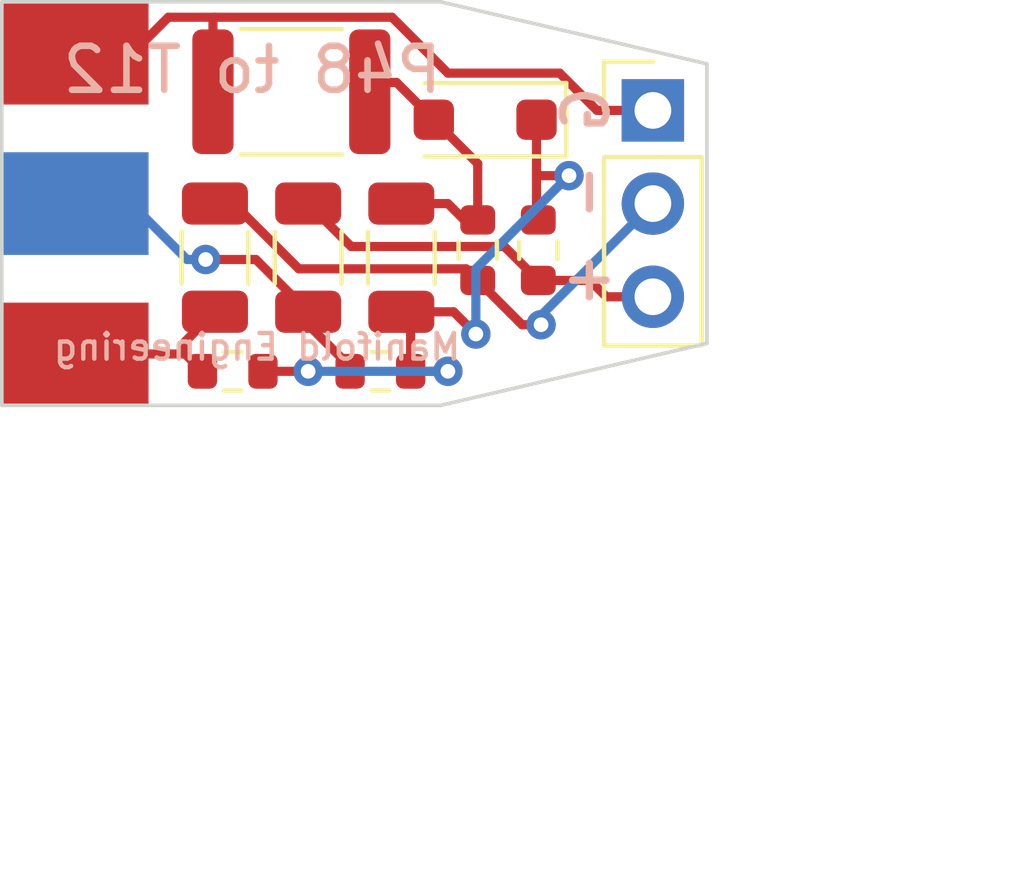
<source format=kicad_pcb>
(kicad_pcb (version 20240108) (generator "pcbnew") (generator_version "8.0")
  (layers (0 "F.Cu" signal) (31 "B.Cu" signal) (34 "B.Paste" user) (35 "F.Paste" user) (36 "B.SilkS" user "B.Silkscreen") (37 "F.SilkS" user "F.Silkscreen") (38 "B.Mask" user) (39 "F.Mask" user) (44 "Edge.Cuts" user))
  (net 0 "")
  (net 1 "Net-(J1-Pin_3)")
  (net 2 "Net-(C4-Cold)")
  (net 3 "Net-(J1-Pin_2)")
  (net 4 "Net-(C4-Hot)")
  (net 5 "Net-(D1-K)")
  (net 6 "Net-(D1-A)")
  (net 7 "Net-(C4-GND)")
  (footprint "Capacitor_SMD:C_1206_3216Metric" (layer "F.Cu") (at 85.09 64.9732 -90)
    (property "Reference" "C3" (hide yes))
    (property "Value" "C" (hide yes))
    (fp_line (start -0.711252 0.91) (end 0.711252 0.91) (stroke (width 0.12)) (layer "F.SilkS"))
    (fp_line (start -0.711252 -0.91) (end 0.711252 -0.91) (stroke (width 0.12)) (layer "F.SilkS"))
    (pad "1" smd roundrect (at -1.475 0 270) (size 1.15 1.8) (layers "F.Cu" "F.Paste" "F.Mask") (roundrect_rratio 0.2173913043) (net 1 "Net-(J1-Pin_3)"))
    (pad "2" smd roundrect (at 1.475 0 270) (size 1.15 1.8) (layers "F.Cu" "F.Paste" "F.Mask") (roundrect_rratio 0.2173913043) (net 2 "Net-(C4-Cold)"))
  )
  (footprint "Manifold:XLR_PCB" (layer "F.Cu") (at 78.74 63.5)
    (property "Reference" "C4" (hide yes))
    (property "Value" "~")
    (pad "1" connect rect (at 0 -4.1) (size 4 2.8) (layers "F.Cu" "F.Mask") (net 7 "Net-(C4-GND)"))
    (pad "2" connect rect (at 0 4.1) (size 4 2.8) (layers "F.Cu" "F.Mask") (net 4 "Net-(C4-Hot)"))
    (pad "3" connect rect (at 0 0) (size 4 2.8) (layers "B.Cu" "B.Mask") (net 2 "Net-(C4-Cold)"))
  )
  (footprint "Resistor_SMD:R_0603_1608Metric" (layer "F.Cu") (at 83.0336 68.072)
    (property "Reference" "R3" (hide yes))
    (property "Value" "680R" (hide yes))
    (fp_line (start -0.237258 -0.5225) (end 0.237258 -0.5225) (stroke (width 0.12)) (layer "F.SilkS"))
    (fp_line (start -0.237258 0.5225) (end 0.237258 0.5225) (stroke (width 0.12)) (layer "F.SilkS"))
    (pad "1" smd roundrect (at -0.825 0) (size 0.8 0.95) (layers "F.Cu" "F.Paste" "F.Mask") (net 4 "Net-(C4-Hot)"))
    (pad "2" smd roundrect (at 0.825 0) (size 0.8 0.95) (layers "F.Cu" "F.Paste" "F.Mask") (net 5 "Net-(D1-K)"))
  )
  (footprint "Resistor_SMD:R_0603_1608Metric" (layer "F.Cu") (at 87.059 68.072)
    (property "Reference" "R4" (hide yes))
    (property "Value" "680R" (hide yes))
    (fp_line (start -0.237258 -0.5225) (end 0.237258 -0.5225) (stroke (width 0.12)) (layer "F.SilkS"))
    (fp_line (start -0.237258 0.5225) (end 0.237258 0.5225) (stroke (width 0.12)) (layer "F.SilkS"))
    (pad "1" smd roundrect (at -0.825 0) (size 0.8 0.95) (layers "F.Cu" "F.Paste" "F.Mask") (net 2 "Net-(C4-Cold)"))
    (pad "2" smd roundrect (at 0.825 0) (size 0.8 0.95) (layers "F.Cu" "F.Paste" "F.Mask") (net 5 "Net-(D1-K)"))
  )
  (footprint "Diode_SMD:D_SOD-123F" (layer "F.Cu") (at 89.916 61.214 180)
    (property "Reference" "D1" (hide yes))
    (property "Value" "12V_Zener" (hide yes))
    (fp_line (start -2.21 1) (end 1.65 1) (stroke (width 0.12)) (layer "F.SilkS"))
    (fp_line (start -2.21 -1) (end 1.65 -1) (stroke (width 0.12)) (layer "F.SilkS"))
    (fp_line (start -2.21 -1) (end -2.21 1) (stroke (width 0.12)) (layer "F.SilkS"))
    (pad "1" smd roundrect (at -1.4 0 180) (size 1.1 1.1) (layers "F.Cu" "F.Paste" "F.Mask") (roundrect_rratio 0.2272727273) (net 5 "Net-(D1-K)"))
    (pad "2" smd roundrect (at 1.4 0 180) (size 1.1 1.1) (layers "F.Cu" "F.Paste" "F.Mask") (roundrect_rratio 0.2272727273) (net 6 "Net-(D1-A)"))
  )
  (footprint "Resistor_SMD:R_0603_1608Metric" (layer "F.Cu") (at 89.7128 64.77 90)
    (property "Reference" "R1" (hide yes))
    (property "Value" "180R" (hide yes))
    (fp_line (start -0.237258 -0.5225) (end 0.237258 -0.5225) (stroke (width 0.12)) (layer "F.SilkS"))
    (fp_line (start -0.237258 0.5225) (end 0.237258 0.5225) (stroke (width 0.12)) (layer "F.SilkS"))
    (pad "1" smd roundrect (at -0.825 0 90) (size 0.8 0.95) (layers "F.Cu" "F.Paste" "F.Mask") (net 3 "Net-(J1-Pin_2)"))
    (pad "2" smd roundrect (at 0.825 0 90) (size 0.8 0.95) (layers "F.Cu" "F.Paste" "F.Mask") (net 6 "Net-(D1-A)"))
  )
  (footprint "Connector_PinHeader_2.54mm:PinHeader_1x03_P2.54mm_Vertical" (layer "F.Cu") (at 94.488 60.96)
    (property "Reference" "J1" (hide yes))
    (property "Value" "Conn_01x03_Pin" (hide yes))
    (fp_line (start -1.33 -1.33) (end 0 -1.33) (stroke (width 0.12)) (layer "F.SilkS"))
    (fp_line (start -1.33 0) (end -1.33 -1.33) (stroke (width 0.12)) (layer "F.SilkS"))
    (fp_line (start -1.33 1.27) (end -1.33 6.41) (stroke (width 0.12)) (layer "F.SilkS"))
    (fp_line (start -1.33 1.27) (end 1.33 1.27) (stroke (width 0.12)) (layer "F.SilkS"))
    (fp_line (start -1.33 6.41) (end 1.33 6.41) (stroke (width 0.12)) (layer "F.SilkS"))
    (fp_line (start 1.33 1.27) (end 1.33 6.41) (stroke (width 0.12)) (layer "F.SilkS"))
    (pad "1" thru_hole rect (at 0 0) (size 1.7 1.7) (drill 1) (layers "*.Cu" "*.Mask") (net 7 "Net-(C4-GND)"))
    (pad "2" thru_hole oval (at 0 2.54) (size 1.7 1.7) (drill 1) (layers "*.Cu" "*.Mask") (net 3 "Net-(J1-Pin_2)"))
    (pad "3" thru_hole oval (at 0 5.08) (size 1.7 1.7) (drill 1) (layers "*.Cu" "*.Mask") (net 1 "Net-(J1-Pin_3)"))
  )
  (footprint "Capacitor_SMD:C_1206_3216Metric" (layer "F.Cu") (at 82.55 64.9732 -90)
    (property "Reference" "C1" (hide yes))
    (property "Value" "C" (hide yes))
    (fp_line (start -0.711252 0.91) (end 0.711252 0.91) (stroke (width 0.12)) (layer "F.SilkS"))
    (fp_line (start -0.711252 -0.91) (end 0.711252 -0.91) (stroke (width 0.12)) (layer "F.SilkS"))
    (pad "1" smd roundrect (at -1.475 0 270) (size 1.15 1.8) (layers "F.Cu" "F.Paste" "F.Mask") (roundrect_rratio 0.2173913043) (net 3 "Net-(J1-Pin_2)"))
    (pad "2" smd roundrect (at 1.475 0 270) (size 1.15 1.8) (layers "F.Cu" "F.Paste" "F.Mask") (roundrect_rratio 0.2173913043) (net 4 "Net-(C4-Hot)"))
  )
  (footprint "Inductor_SMD:L_1812_4532Metric" (layer "F.Cu") (at 84.6328 60.452 180)
    (property "Reference" "L1" (hide yes))
    (property "Value" "1mH" (hide yes))
    (fp_line (start -1.386252 1.71) (end 1.386252 1.71) (stroke (width 0.12)) (layer "F.SilkS"))
    (fp_line (start -1.386252 -1.71) (end 1.386252 -1.71) (stroke (width 0.12)) (layer "F.SilkS"))
    (pad "1" smd roundrect (at -2.1375 0 180) (size 1.125 3.4) (layers "F.Cu" "F.Paste" "F.Mask") (roundrect_rratio 0.2222222222) (net 6 "Net-(D1-A)"))
    (pad "2" smd roundrect (at 2.1375 0 180) (size 1.125 3.4) (layers "F.Cu" "F.Paste" "F.Mask") (roundrect_rratio 0.2222222222) (net 7 "Net-(C4-GND)"))
  )
  (footprint "Resistor_SMD:R_0603_1608Metric" (layer "F.Cu") (at 91.3638 64.77 90)
    (property "Reference" "R2" (hide yes))
    (property "Value" "180R" (hide yes))
    (fp_line (start -0.237258 -0.5225) (end 0.237258 -0.5225) (stroke (width 0.12)) (layer "F.SilkS"))
    (fp_line (start -0.237258 0.5225) (end 0.237258 0.5225) (stroke (width 0.12)) (layer "F.SilkS"))
    (pad "1" smd roundrect (at -0.825 0 90) (size 0.8 0.95) (layers "F.Cu" "F.Paste" "F.Mask") (net 1 "Net-(J1-Pin_3)"))
    (pad "2" smd roundrect (at 0.825 0 90) (size 0.8 0.95) (layers "F.Cu" "F.Paste" "F.Mask") (net 5 "Net-(D1-K)"))
  )
  (footprint "Capacitor_SMD:C_1206_3216Metric" (layer "F.Cu") (at 87.63 64.975 90)
    (property "Reference" "C2" (hide yes))
    (property "Value" "C" (hide yes))
    (fp_line (start -0.711252 -0.91) (end 0.711252 -0.91) (stroke (width 0.12)) (layer "F.SilkS"))
    (fp_line (start -0.711252 0.91) (end 0.711252 0.91) (stroke (width 0.12)) (layer "F.SilkS"))
    (pad "1" smd roundrect (at -1.475 0 90) (size 1.15 1.8) (layers "F.Cu" "F.Paste" "F.Mask") (roundrect_rratio 0.2173913043) (net 5 "Net-(D1-K)"))
    (pad "2" smd roundrect (at 1.475 0 90) (size 1.15 1.8) (layers "F.Cu" "F.Paste" "F.Mask") (roundrect_rratio 0.2173913043) (net 6 "Net-(D1-A)"))
  )
  (gr_line (start 76.74 69) (end 88.7 69) (stroke (width 0.1)) (layer "Edge.Cuts"))
  (gr_line (start 95.9612 59.69) (end 95.9612 67.31) (stroke (width 0.1)) (layer "Edge.Cuts"))
  (gr_line (start 76.74 58) (end 88.7 58) (stroke (width 0.1)) (layer "Edge.Cuts"))
  (gr_line (start 95.9612 59.69) (end 88.7 58) (stroke (width 0.1)) (layer "Edge.Cuts"))
  (gr_line (start 76.74 58) (end 76.74 69) (stroke (width 0.1)) (layer "Edge.Cuts"))
  (gr_line (start 95.9612 67.31) (end 88.7 69) (stroke (width 0.1)) (layer "Edge.Cuts"))
  (gr_text "Manifold Engineering" (at 89.3064 67.818 0) (layer "B.SilkS") (effects (font (size 0.7 0.7) (thickness 0.12)) (justify left bottom mirror)))
  (gr_text "G - +" (at 93.3704 60.198 90) (layer "B.SilkS") (effects (font (size 1.2 1.2) (thickness 0.2) (bold yes)) (justify left bottom mirror)))
  (gr_text "P48 to T12\n" (at 83.566 60.5536 0) (layer "B.SilkS") (effects (font (size 1.2 1.2) (thickness 0.18)) (justify bottom mirror)))
  (segment (start 94.043 65.595) (end 94.488 66.04) (width 0.25) (layer "F.Cu") (net 1))
  (segment (start 91.3638 65.595) (end 90.4388 64.67) (width 0.25) (layer "F.Cu") (net 1))
  (segment (start 94.488 66.04) (end 93.218 66.04) (width 0.25) (layer "F.Cu") (net 1))
  (segment (start 92.773 65.595) (end 91.3638 65.595) (width 0.25) (layer "F.Cu") (net 1))
  (segment (start 93.218 66.04) (end 92.773 65.595) (width 0.25) (layer "F.Cu") (net 1))
  (segment (start 90.4388 64.67) (end 86.2618 64.67) (width 0.25) (layer "F.Cu") (net 1))
  (segment (start 86.2618 64.67) (end 85.09 63.4982) (width 0.25) (layer "F.Cu") (net 1))
  (segment (start 86.234 68.072) (end 86.234 67.946) (width 0.25) (layer "F.Cu") (net 2))
  (segment (start 82.296 65.024) (end 83.6658 65.024) (width 0.25) (layer "F.Cu") (net 2))
  (segment (start 83.6658 65.024) (end 85.09 66.4482) (width 0.25) (layer "F.Cu") (net 2))
  (segment (start 86.234 67.946) (end 85.09 66.802) (width 0.25) (layer "F.Cu") (net 2))
  (segment (start 85.09 66.802) (end 85.09 66.4482) (width 0.25) (layer "F.Cu") (net 2))
  (via (at 82.296 65.024) (size 0.8) (drill 0.4) (layers "F.Cu" "B.Cu") (net 2))
  (segment (start 81.28 64.516) (end 81.788 65.024) (width 0.25) (layer "B.Cu") (net 2))
  (segment (start 78.74 63.5) (end 80.264 63.5) (width 0.25) (layer "B.Cu") (net 2))
  (segment (start 80.264 63.5) (end 81.28 64.516) (width 0.25) (layer "B.Cu") (net 2))
  (segment (start 81.788 65.024) (end 82.296 65.024) (width 0.25) (layer "B.Cu") (net 2))
  (segment (start 83.0562 63.4982) (end 84.836 65.278) (width 0.25) (layer "F.Cu") (net 3))
  (segment (start 89.7128 65.595) (end 90.9198 66.802) (width 0.25) (layer "F.Cu") (net 3))
  (segment (start 90.9198 66.802) (end 91.44 66.802) (width 0.25) (layer "F.Cu") (net 3))
  (segment (start 89.3958 65.278) (end 89.7128 65.595) (width 0.25) (layer "F.Cu") (net 3))
  (segment (start 82.55 63.4982) (end 83.0562 63.4982) (width 0.25) (layer "F.Cu") (net 3))
  (segment (start 84.836 65.278) (end 89.3958 65.278) (width 0.25) (layer "F.Cu") (net 3))
  (via (at 91.44 66.802) (size 0.8) (drill 0.4) (layers "F.Cu" "B.Cu") (net 3))
  (segment (start 91.44 66.548) (end 94.488 63.5) (width 0.25) (layer "B.Cu") (net 3))
  (segment (start 91.44 66.802) (end 91.44 66.548) (width 0.25) (layer "B.Cu") (net 3))
  (segment (start 81.7366 67.6) (end 81.7366 67.2616) (width 0.25) (layer "F.Cu") (net 4))
  (segment (start 78.74 67.6) (end 81.026 67.6) (width 0.25) (layer "F.Cu") (net 4))
  (segment (start 81.7366 67.2616) (end 82.55 66.4482) (width 0.25) (layer "F.Cu") (net 4))
  (segment (start 81.026 67.6) (end 81.7366 67.6) (width 0.25) (layer "F.Cu") (net 4))
  (segment (start 81.7366 67.6) (end 82.2086 68.072) (width 0.25) (layer "F.Cu") (net 4))
  (segment (start 91.316 62.738) (end 91.316 63.8972) (width 0.25) (layer "F.Cu") (net 5))
  (segment (start 91.316 63.8972) (end 91.3638 63.945) (width 0.25) (layer "F.Cu") (net 5))
  (segment (start 92.202 62.738) (end 91.316 62.738) (width 0.25) (layer "F.Cu") (net 5))
  (segment (start 87.884 66.704) (end 87.63 66.45) (width 0.25) (layer "F.Cu") (net 5))
  (segment (start 88.9 68.072) (end 87.884 68.072) (width 0.25) (layer "F.Cu") (net 5))
  (segment (start 83.8586 68.072) (end 85.09 68.072) (width 0.25) (layer "F.Cu") (net 5))
  (segment (start 87.63 66.45) (end 89.056 66.45) (width 0.25) (layer "F.Cu") (net 5))
  (segment (start 87.884 68.072) (end 87.884 66.704) (width 0.25) (layer "F.Cu") (net 5))
  (segment (start 91.316 61.214) (end 91.316 62.738) (width 0.25) (layer "F.Cu") (net 5))
  (segment (start 89.056 66.45) (end 89.662 67.056) (width 0.25) (layer "F.Cu") (net 5))
  (via (at 88.9 68.072) (size 0.8) (drill 0.4) (layers "F.Cu" "B.Cu") (net 5))
  (via (at 85.09 68.072) (size 0.8) (drill 0.4) (layers "F.Cu" "B.Cu") (net 5))
  (via (at 92.202 62.738) (size 0.8) (drill 0.4) (layers "F.Cu" "B.Cu") (net 5))
  (via (at 89.662 67.056) (size 0.8) (drill 0.4) (layers "F.Cu" "B.Cu") (net 5))
  (segment (start 89.662 67.056) (end 89.662 65.278) (width 0.25) (layer "B.Cu") (net 5))
  (segment (start 89.662 65.278) (end 92.202 62.738) (width 0.25) (layer "B.Cu") (net 5))
  (segment (start 85.09 68.072) (end 88.9 68.072) (width 0.25) (layer "B.Cu") (net 5))
  (segment (start 88.9 63.5) (end 87.63 63.5) (width 0.25) (layer "F.Cu") (net 6))
  (segment (start 89.7128 62.4108) (end 89.7128 63.945) (width 0.25) (layer "F.Cu") (net 6))
  (segment (start 89.7128 63.945) (end 89.345 63.945) (width 0.25) (layer "F.Cu") (net 6))
  (segment (start 87.5 60.198) (end 88.516 61.214) (width 0.25) (layer "F.Cu") (net 6))
  (segment (start 88.516 61.214) (end 89.7128 62.4108) (width 0.25) (layer "F.Cu") (net 6))
  (segment (start 86.7703 60.198) (end 87.5 60.198) (width 0.25) (layer "F.Cu") (net 6))
  (segment (start 89.345 63.945) (end 88.9 63.5) (width 0.25) (layer "F.Cu") (net 6))
  (segment (start 80.3 59.4) (end 81.28 58.42) (width 0.25) (layer "F.Cu") (net 7))
  (segment (start 78.74 59.4) (end 80.3 59.4) (width 0.25) (layer "F.Cu") (net 7))
  (segment (start 87.376 58.42) (end 88.9 59.944) (width 0.25) (layer "F.Cu") (net 7))
  (segment (start 81.28 58.42) (end 82.55 58.42) (width 0.25) (layer "F.Cu") (net 7))
  (segment (start 88.9 59.944) (end 91.948 59.944) (width 0.25) (layer "F.Cu") (net 7))
  (segment (start 91.948 59.944) (end 92.964 60.96) (width 0.25) (layer "F.Cu") (net 7))
  (segment (start 82.4953 58.4747) (end 82.4953 60.452) (width 0.25) (layer "F.Cu") (net 7))
  (segment (start 82.55 58.42) (end 87.376 58.42) (width 0.25) (layer "F.Cu") (net 7))
  (segment (start 92.964 60.96) (end 94.488 60.96) (width 0.25) (layer "F.Cu") (net 7))
  (segment (start 82.55 58.42) (end 82.4953 58.4747) (width 0.25) (layer "F.Cu") (net 7))
)
</source>
